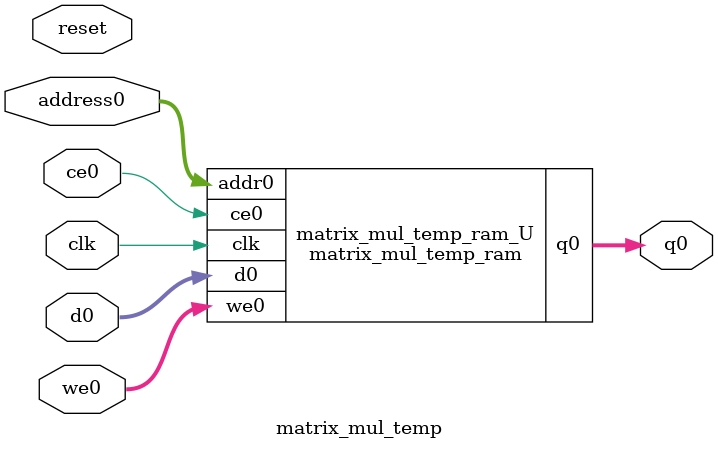
<source format=v>
`timescale 1 ns / 1 ps
module matrix_mul_temp_ram (addr0, ce0, d0, we0, q0,  clk);

parameter DWIDTH = 32;
parameter AWIDTH = 6;
parameter MEM_SIZE = 64;
parameter COL_WIDTH = 8;
parameter NUM_COL = (DWIDTH/COL_WIDTH);

input[AWIDTH-1:0] addr0;
input ce0;
input[DWIDTH-1:0] d0;
input [NUM_COL-1:0] we0;
output reg[DWIDTH-1:0] q0;
input clk;

(* ram_style = "block" *)reg [DWIDTH-1:0] ram[0:MEM_SIZE-1];



genvar i;

generate
    for (i=0;i<NUM_COL;i=i+1) begin
        always @(posedge clk) begin
            if (ce0) begin
                if (we0[i]) begin
                    ram[addr0][i*COL_WIDTH +: COL_WIDTH] <= d0[i*COL_WIDTH +: COL_WIDTH]; 
                end
                q0[i*COL_WIDTH +: COL_WIDTH] <= ram[addr0][i*COL_WIDTH +: COL_WIDTH];
            end
        end
    end
endgenerate


endmodule

`timescale 1 ns / 1 ps
module matrix_mul_temp(
    reset,
    clk,
    address0,
    ce0,
    we0,
    d0,
    q0);

parameter DataWidth = 32'd32;
parameter AddressRange = 32'd64;
parameter AddressWidth = 32'd6;
input reset;
input clk;
input[AddressWidth - 1:0] address0;
input ce0;
input[DataWidth/8 - 1:0] we0;
input[DataWidth - 1:0] d0;
output[DataWidth - 1:0] q0;



matrix_mul_temp_ram matrix_mul_temp_ram_U(
    .clk( clk ),
    .addr0( address0 ),
    .ce0( ce0 ),
    .we0( we0 ),
    .d0( d0 ),
    .q0( q0 ));

endmodule


</source>
